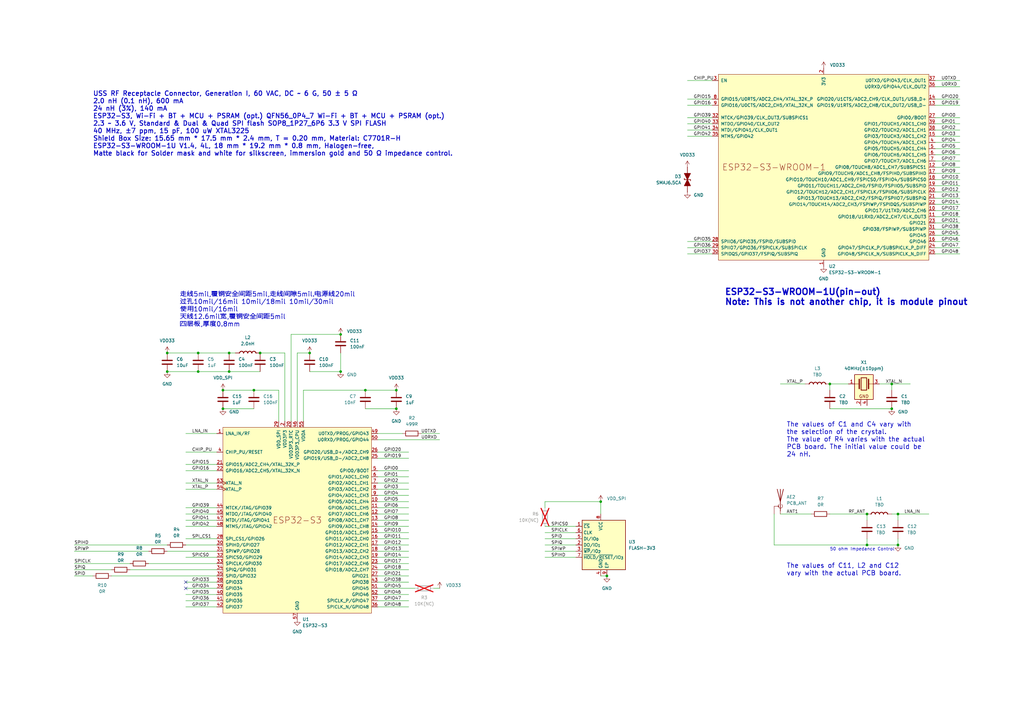
<source format=kicad_sch>
(kicad_sch (version 20250114) (generator "eeschema") (generator_version "9.0")
  (paper "A3")
  (lib_symbols
    (symbol "Device:Antenna_Shield" (pin_numbers (hide yes)) (pin_names (offset 1.016) (hide yes))
      (property "Reference" "AE" (at -1.905 4.445 0))
      (property "Value" "Antenna_Shield" (at -1.905 2.54 0))
      (symbol "Antenna_Shield_0_1"
        (arc (start 0 -2.667) (mid -0.8485 -2.1032) (end -0.508 -1.143))
        (polyline (pts (xy 0 5.08) (xy 0 -3.81)) (stroke (width 0.254)))
        (polyline (pts (xy 0 -2.54) (xy 0 0)))
        (arc (start 0.508 -1.143) (mid 0.8046 -2.0885) (end 0 -2.667))
        (polyline (pts (xy 0.762 -1.905) (xy 2.54 -1.905)))
        (circle (center 0.762 -1.905) (radius 0.1778) (fill (type outline)))
        (polyline (pts (xy 1.27 5.08) (xy 0 0) (xy -1.27 5.08)) (stroke (width 0.254)))
        (polyline (pts (xy 2.54 -2.54) (xy 2.54 -1.905)))
      )
      (symbol "Antenna_Shield_1_1"
        (pin input line (at 0 -5.08 90) (length 2.54) (name "A") (number "1"))
        (pin input line (at 2.54 -5.08 90) (length 2.54) (name "Shield") (number "2"))
      )
    )
    (symbol "Memory_Flash:W25Q128JVE"
      (property "Reference" "U" (at -6.35 11.43 0))
      (property "Value" "W25Q128JVE" (at 7.62 11.43 0))
      (symbol "W25Q128JVE_0_1"
        (rectangle (start -7.62 10.16) (end 10.16 -10.16) (stroke (width 0.254)) (fill (type background)))
      )
      (symbol "W25Q128JVE_1_1"
        (pin input line (at -10.16 7.62 0) (length 2.54) (name "~{CS}") (number "1"))
        (pin input line (at -10.16 5.08 0) (length 2.54) (name "CLK") (number "6"))
        (pin bidirectional line (at -10.16 2.54 0) (length 2.54) (name "DI/IO_{0}") (number "5"))
        (pin bidirectional line (at -10.16 0 0) (length 2.54) (name "DO/IO_{1}") (number "2"))
        (pin bidirectional line (at -10.16 -2.54 0) (length 2.54) (name "~{WP}/IO_{2}") (number "3"))
        (pin bidirectional line (at -10.16 -5.08 0) (length 2.54) (name "~{HOLD}/~{RESET}/IO_{3}") (number "7"))
        (pin power_in line (at 0 12.7 270) (length 2.54) (name "VCC") (number "8"))
        (pin power_in line (at 0 -12.7 90) (length 2.54) (name "GND") (number "4"))
        (pin passive line (at 2.54 -12.7 90) (length 2.54) (name "EP") (number "9"))
      )
    )
    (symbol "PCM_Capacitor_AKL:C_1206" (pin_numbers (hide yes)) (pin_names (offset 0.254))
      (property "Reference" "C" (at 0.635 2.54 0))
      (property "Value" "C_1206" (at 0.635 -2.54 0))
      (symbol "C_1206_0_1"
        (polyline (pts (xy -2.032 0.762) (xy 2.032 0.762)) (stroke (width 0.508)))
        (polyline (pts (xy -2.032 -0.762) (xy 2.032 -0.762)) (stroke (width 0.508)))
      )
      (symbol "C_1206_0_2"
        (polyline (pts (xy -2.54 -2.54) (xy -0.381 -0.381)))
        (polyline (pts (xy -0.508 -0.508) (xy -1.651 0.635)) (stroke (width 0.508)))
        (polyline (pts (xy -0.508 -0.508) (xy 0.635 -1.651)) (stroke (width 0.508)))
        (polyline (pts (xy 0.381 0.381) (xy 2.54 2.54)))
        (polyline (pts (xy 0.508 0.508) (xy -0.635 1.651)) (stroke (width 0.508)))
        (polyline (pts (xy 0.508 0.508) (xy 1.651 -0.635)) (stroke (width 0.508)))
      )
      (symbol "C_1206_1_1"
        (pin passive line (at 0 3.81 270) (length 2.794) (name "~") (number "1"))
        (pin passive line (at 0 -3.81 90) (length 2.794) (name "~") (number "2"))
      )
      (symbol "C_1206_1_2"
        (pin passive line (at -2.54 -2.54 90) (length 0) (name "~") (number "2"))
        (pin passive line (at 2.54 2.54 270) (length 0) (name "~") (number "1"))
      )
    )
    (symbol "PCM_Crystal_AKL:SMD3225-4" (pin_names (offset 1.016) (hide yes))
      (property "Reference" "X" (at 0 8.89 0))
      (property "Value" "SMD3225-4" (at 0 6.35 0))
      (symbol "SMD3225-4_0_1"
        (rectangle (start -3.81 3.81) (end 3.81 -6.35) (stroke (width 0.254)) (fill (type background)))
        (polyline (pts (xy -3.81 0) (xy -1.905 0)))
        (polyline (pts (xy -1.905 -1.905) (xy -1.905 1.905)) (stroke (width 0.508)))
        (rectangle (start -1.143 2.54) (end 1.143 -2.54) (stroke (width 0.3048)))
        (polyline (pts (xy 1.905 -1.905) (xy 1.905 1.905)) (stroke (width 0.508)))
        (polyline (pts (xy 3.81 0) (xy 1.905 0)))
        (text "GND" (at 0 -5.08 0) (effects (font (size 1.27 1.27))))
      )
      (symbol "SMD3225-4_1_1"
        (pin passive line (at -6.35 0 0) (length 2.54) (name "1") (number "1"))
        (pin passive line (at -1.27 -8.89 90) (length 2.54) (name "2") (number "2"))
        (pin passive line (at 1.27 -8.89 90) (length 2.54) (name "4") (number "4"))
        (pin passive line (at 6.35 0 180) (length 2.54) (name "3") (number "3"))
      )
    )
    (symbol "PCM_Diode_TVS_AKL:SMAJ6.5CA" (pin_numbers (hide yes)) (pin_names (offset 1.016) (hide yes))
      (property "Reference" "D" (at 0 5.08 0))
      (property "Value" "SMAJ6.5CA" (at 0 2.54 0))
      (symbol "SMAJ6.5CA_0_1"
        (polyline (pts (xy 0 1.27) (xy 0 -1.27)) (stroke (width 0.254)))
        (polyline (pts (xy 0 1.27) (xy 0.508 1.27)) (stroke (width 0.254)))
        (polyline (pts (xy 0 0) (xy -2.54 1.27) (xy -2.54 -1.27) (xy 0 0)) (stroke (width 0.254)) (fill (type outline)))
        (polyline (pts (xy 0 -1.27) (xy -0.508 -1.27)) (stroke (width 0.254)))
        (polyline (pts (xy 1.27 0) (xy -1.27 0)))
        (polyline (pts (xy 2.54 1.27) (xy 2.54 -1.27) (xy 0 0) (xy 2.54 1.27)) (stroke (width 0.254)) (fill (type outline)))
      )
      (symbol "SMAJ6.5CA_0_2"
        (polyline (pts (xy -3.81 -3.81) (xy 3.81 3.81)))
        (polyline (pts (xy -1.778 -1.778) (xy -2.667 -0.889) (xy 0 0) (xy -0.889 -2.667) (xy -1.778 -1.778)) (stroke (width 0.254)) (fill (type outline)))
        (polyline (pts (xy -0.889 0.889) (xy -1.27 0.508)) (stroke (width 0.254)))
        (polyline (pts (xy -0.889 0.889) (xy 0.889 -0.889)) (stroke (width 0.254)))
        (polyline (pts (xy 0.889 -0.889) (xy 1.27 -0.508)) (stroke (width 0.254)))
        (polyline (pts (xy 1.778 1.778) (xy 2.667 0.889) (xy 0 0) (xy 0.889 2.667) (xy 1.778 1.778)) (stroke (width 0.254)) (fill (type outline)))
      )
      (symbol "SMAJ6.5CA_1_1"
        (pin passive line (at -5.08 0 0) (length 2.54) (name "K") (number "1"))
        (pin passive line (at 5.08 0 180) (length 2.54) (name "A") (number "2"))
      )
      (symbol "SMAJ6.5CA_1_2"
        (pin passive line (at -3.81 -3.81 0) (length 0) (name "A") (number "2"))
        (pin passive line (at 3.81 3.81 180) (length 0) (name "K") (number "1"))
      )
    )
    (symbol "PCM_Elektuur:L" (pin_numbers (hide yes)) (pin_names (offset 0) (hide yes))
      (property "Reference" "L" (at 2.54 3.175 0))
      (property "Value" "L" (at 2.54 -3.175 0))
      (symbol "L_1_0"
        (arc (start 0 3.302) (mid 0.6604 2.5146) (end 0 1.7272) (stroke (width 0.254)))
        (arc (start 0 1.6256) (mid 0.6604 0.8382) (end 0 0.0508) (stroke (width 0.254)))
        (arc (start 0 -0.0508) (mid 0.6604 -0.8382) (end 0 -1.6256) (stroke (width 0.254)))
        (arc (start 0 -1.7272) (mid 0.6604 -2.5146) (end 0 -3.302) (stroke (width 0.254)))
        (arc (start 0 3.4036) (mid 0.762 2.5146) (end 0 1.6256) (stroke (width 0.254)))
        (arc (start 0 1.7272) (mid 0.762 0.8382) (end 0 -0.0508) (stroke (width 0.254)))
        (arc (start 0 0.0508) (mid 0.762 -0.8382) (end 0 -1.7272) (stroke (width 0.254)))
        (arc (start 0 -1.6256) (mid 0.762 -2.5146) (end 0 -3.4036) (stroke (width 0.254)))
        (polyline (pts (xy 0 3.5052) (xy 0 3.302)) (stroke (width 0.254)))
        (polyline (pts (xy 0 1.7272) (xy 0 1.6256)) (stroke (width 0.254)))
        (polyline (pts (xy 0 0.0508) (xy 0 -0.0508)) (stroke (width 0.254)))
        (polyline (pts (xy 0 -1.6256) (xy 0 -1.7272)) (stroke (width 0.254)))
        (polyline (pts (xy 0 -3.302) (xy 0 -3.5052)) (stroke (width 0.254)))
        (pin passive line (at 0 5.08 270) (length 1.5748) (name "+") (number "1"))
        (pin passive line (at 0 -5.08 90) (length 1.5748) (name "-") (number "2"))
      )
      (symbol "L_1_2"
        (rectangle (start 1.524 3.3782) (end 1.9812 -3.3782) (stroke (width 0.254)) (fill (type outline)))
      )
      (symbol "L_1_3"
        (rectangle (start 1.524 3.0988) (end 1.9812 1.9304) (stroke (width 0.254)) (fill (type outline)))
        (rectangle (start 1.524 1.4224) (end 1.9812 0.254) (stroke (width 0.254)) (fill (type outline)))
        (rectangle (start 1.524 -0.254) (end 1.9812 -1.4224) (stroke (width 0.254)) (fill (type outline)))
        (rectangle (start 1.524 -1.9304) (end 1.9812 -3.0988) (stroke (width 0.254)) (fill (type outline)))
      )
    )
    (symbol "PCM_Espressif:ESP32-S3" (pin_names (offset 1.016))
      (property "Reference" "U" (at -30.48 43.18 0))
      (property "Value" "ESP32-S3" (at -30.48 40.64 0))
      (symbol "ESP32-S3_0_0"
        (text "ESP32-S3" (at 0 0 0) (effects (font (size 2.54 2.54))))
        (pin bidirectional line (at 33.02 -33.02 180) (length 2.54) (name "SPICLK_P/GPIO47") (number "37"))
        (pin bidirectional line (at 33.02 -35.56 180) (length 2.54) (name "SPICLK_N/GPIO48") (number "36"))
      )
      (symbol "ESP32-S3_0_1"
        (rectangle (start -30.48 38.1) (end 30.48 -38.1) (fill (type background)))
      )
      (symbol "ESP32-S3_1_1"
        (pin bidirectional line (at -33.02 35.56 0) (length 2.54) (name "LNA_IN/RF") (number "1"))
        (pin input line (at -33.02 27.94 0) (length 2.54) (name "CHIP_PU/RESET") (number "4"))
        (pin bidirectional line (at -33.02 22.86 0) (length 2.54) (name "GPIO15/ADC2_CH4/XTAL_32K_P") (number "21"))
        (pin bidirectional line (at -33.02 20.32 0) (length 2.54) (name "GPIO16/ADC2_CH5/XTAL_32K_N") (number "22"))
        (pin input clock (at -33.02 15.24 0) (length 2.54) (name "XTAL_N") (number "53"))
        (pin output clock (at -33.02 12.7 0) (length 2.54) (name "XTAL_P") (number "54"))
        (pin bidirectional line (at -33.02 5.08 0) (length 2.54) (name "MTCK/JTAG/GPIO39") (number "44"))
        (pin bidirectional line (at -33.02 2.54 0) (length 2.54) (name "MTDO/JTAG/GPIO40") (number "45"))
        (pin bidirectional line (at -33.02 0 0) (length 2.54) (name "MTDI/JTAG/GPIO41") (number "47"))
        (pin bidirectional line (at -33.02 -2.54 0) (length 2.54) (name "MTMS/JTAG/GPIO42") (number "48"))
        (pin bidirectional line (at -33.02 -7.62 0) (length 2.54) (name "SPI_CS1/GPIO26") (number "28"))
        (pin bidirectional line (at -33.02 -10.16 0) (length 2.54) (name "SPIHD/GPIO27") (number "30"))
        (pin bidirectional line (at -33.02 -12.7 0) (length 2.54) (name "SPIWP/GPIO28") (number "31"))
        (pin bidirectional line (at -33.02 -15.24 0) (length 2.54) (name "SPICS0/GPIO29") (number "32"))
        (pin bidirectional line (at -33.02 -17.78 0) (length 2.54) (name "SPICLK/GPIO30") (number "33"))
        (pin bidirectional line (at -33.02 -20.32 0) (length 2.54) (name "SPIQ/GPIO31") (number "34"))
        (pin bidirectional line (at -33.02 -22.86 0) (length 2.54) (name "SPID/GPIO32") (number "35"))
        (pin bidirectional line (at -33.02 -25.4 0) (length 2.54) (name "GPIO33") (number "38"))
        (pin bidirectional line (at -33.02 -27.94 0) (length 2.54) (name "GPIO34") (number "39"))
        (pin bidirectional line (at -33.02 -30.48 0) (length 2.54) (name "GPIO35") (number "40"))
        (pin bidirectional line (at -33.02 -33.02 0) (length 2.54) (name "GPIO36") (number "41"))
        (pin bidirectional line (at -33.02 -35.56 0) (length 2.54) (name "GPIO37") (number "42"))
        (pin power_out line (at -7.62 40.64 270) (length 2.54) (name "VDD_SPI") (number "29"))
        (pin power_in line (at -5.08 40.64 270) (length 2.54) (name "VDD3P3") (number "2"))
        (pin power_in line (at -5.08 40.64 270) (length 2.54) (hide yes) (name "VDD3P3") (number "3"))
        (pin power_in line (at -2.54 40.64 270) (length 2.54) (name "VDD3P3_RTC") (number "20"))
        (pin power_in line (at 0 40.64 270) (length 2.54) (name "VDD3P3_CPU") (number "46"))
        (pin power_in line (at 0 -40.64 90) (length 2.54) (name "GND") (number "57"))
        (pin power_in line (at 2.54 40.64 270) (length 2.54) (name "VDDA") (number "55"))
        (pin passive line (at 2.54 40.64 270) (length 2.54) (hide yes) (name "VDDA") (number "56"))
        (pin bidirectional line (at 33.02 35.56 180) (length 2.54) (name "U0TXD/PROG/GPIO43") (number "49"))
        (pin bidirectional line (at 33.02 33.02 180) (length 2.54) (name "U0RXD/PROG/GPIO44") (number "50"))
        (pin bidirectional line (at 33.02 27.94 180) (length 2.54) (name "GPIO20/USB_D+/ADC2_CH9") (number "26"))
        (pin bidirectional line (at 33.02 25.4 180) (length 2.54) (name "GPIO19/USB_D-/ADC2_CH8") (number "25"))
        (pin bidirectional line (at 33.02 20.32 180) (length 2.54) (name "GPIO0/BOOT") (number "5"))
        (pin bidirectional line (at 33.02 17.78 180) (length 2.54) (name "GPIO1/ADC1_CH0") (number "6"))
        (pin bidirectional line (at 33.02 15.24 180) (length 2.54) (name "GPIO2/ADC1_CH1") (number "7"))
        (pin bidirectional line (at 33.02 12.7 180) (length 2.54) (name "GPIO3/ADC1_CH2") (number "8"))
        (pin bidirectional line (at 33.02 10.16 180) (length 2.54) (name "GPIO4/ADC1_CH3") (number "9"))
        (pin bidirectional line (at 33.02 7.62 180) (length 2.54) (name "GPIO5/ADC1_CH4") (number "10"))
        (pin bidirectional line (at 33.02 5.08 180) (length 2.54) (name "GPIO6/ADC1_CH5") (number "11"))
        (pin bidirectional line (at 33.02 2.54 180) (length 2.54) (name "GPIO7/ADC1_CH6") (number "12"))
        (pin bidirectional line (at 33.02 0 180) (length 2.54) (name "GPIO8/ADC1_CH7") (number "13"))
        (pin bidirectional line (at 33.02 -2.54 180) (length 2.54) (name "GPIO9/ADC1_CH8") (number "14"))
        (pin bidirectional line (at 33.02 -5.08 180) (length 2.54) (name "GPIO10/ADC1_CH9") (number "15"))
        (pin bidirectional line (at 33.02 -7.62 180) (length 2.54) (name "GPIO11/ADC2_CH0") (number "16"))
        (pin bidirectional line (at 33.02 -10.16 180) (length 2.54) (name "GPIO12/ADC2_CH1") (number "17"))
        (pin bidirectional line (at 33.02 -12.7 180) (length 2.54) (name "GPIO13/ADC2_CH2") (number "18"))
        (pin bidirectional line (at 33.02 -15.24 180) (length 2.54) (name "GPIO14/ADC2_CH3") (number "19"))
        (pin bidirectional line (at 33.02 -17.78 180) (length 2.54) (name "GPIO17/ADC2_CH6") (number "23"))
        (pin bidirectional line (at 33.02 -20.32 180) (length 2.54) (name "GPIO18/ADC2_CH7") (number "24"))
        (pin bidirectional line (at 33.02 -22.86 180) (length 2.54) (name "GPIO21") (number "27"))
        (pin bidirectional line (at 33.02 -25.4 180) (length 2.54) (name "GPIO38") (number "43"))
        (pin bidirectional line (at 33.02 -27.94 180) (length 2.54) (name "GPIO45") (number "51"))
        (pin bidirectional line (at 33.02 -30.48 180) (length 2.54) (name "GPIO46") (number "52"))
      )
    )
    (symbol "PCM_Espressif:ESP32-S3-WROOM-1" (pin_names (offset 1.016))
      (property "Reference" "U" (at -43.18 43.18 0))
      (property "Value" "ESP32-S3-WROOM-1" (at -43.18 40.64 0))
      (symbol "ESP32-S3-WROOM-1_0_0"
        (text "ESP32-S3-WROOM-1" (at -20.32 0 0) (effects (font (size 2.54 2.54))))
        (pin input line (at -45.72 35.56 0) (length 2.54) (name "EN") (number "3"))
        (pin bidirectional line (at -45.72 27.94 0) (length 2.54) (name "GPIO15/U0RTS/ADC2_CH4/XTAL_32K_P") (number "8"))
        (pin bidirectional line (at -45.72 25.4 0) (length 2.54) (name "GPIO16/U0CTS/ADC2_CH5/XTAL_32K_N") (number "9"))
        (pin bidirectional line (at -45.72 20.32 0) (length 2.54) (name "MTCK/GPIO39/CLK_OUT3/SUBSPICS1") (number "32"))
        (pin bidirectional line (at -45.72 17.78 0) (length 2.54) (name "MTDO/GPIO40/CLK_OUT2") (number "33"))
        (pin bidirectional line (at -45.72 15.24 0) (length 2.54) (name "MTDI/GPIO41/CLK_OUT1") (number "34"))
        (pin bidirectional line (at -45.72 12.7 0) (length 2.54) (name "MTMS/GPIO42") (number "35"))
        (pin bidirectional line (at -45.72 -30.48 0) (length 2.54) (name "SPIIO6/GPIO35/FSPID/SUBSPID") (number "28"))
        (pin bidirectional line (at -45.72 -33.02 0) (length 2.54) (name "SPIIO7/GPIO36/FSPICLK/SUBSPICLK") (number "29"))
        (pin bidirectional line (at -45.72 -35.56 0) (length 2.54) (name "SPIDQS/GPIO37/FSPIQ/SUBSPIQ") (number "30"))
        (pin power_in line (at 0 40.64 270) (length 2.54) (name "3V3") (number "2"))
        (pin power_in line (at 0 -40.64 90) (length 2.54) (name "GND") (number "1"))
        (pin passive line (at 0 -40.64 90) (length 2.54) (hide yes) (name "GND") (number "40"))
        (pin passive line (at 0 -40.64 90) (length 2.54) (hide yes) (name "GND") (number "41"))
        (pin bidirectional line (at 45.72 35.56 180) (length 2.54) (name "U0TXD/GPIO43/CLK_OUT1") (number "37"))
        (pin bidirectional line (at 45.72 33.02 180) (length 2.54) (name "U0RXD/GPIO44/CLK_OUT2") (number "36"))
        (pin bidirectional line (at 45.72 27.94 180) (length 2.54) (name "GPIO20/U1CTS/ADC2_CH9/CLK_OUT1/USB_D+") (number "14"))
        (pin bidirectional line (at 45.72 25.4 180) (length 2.54) (name "GPIO19/U1RTS/ADC2_CH8/CLK_OUT2/USB_D-") (number "13"))
        (pin bidirectional line (at 45.72 20.32 180) (length 2.54) (name "GPIO0/BOOT") (number "27"))
        (pin bidirectional line (at 45.72 17.78 180) (length 2.54) (name "GPIO1/TOUCH1/ADC1_CH0") (number "39"))
        (pin bidirectional line (at 45.72 15.24 180) (length 2.54) (name "GPIO2/TOUCH2/ADC1_CH1") (number "38"))
        (pin bidirectional line (at 45.72 12.7 180) (length 2.54) (name "GPIO3/TOUCH3/ADC1_CH2") (number "15"))
        (pin bidirectional line (at 45.72 10.16 180) (length 2.54) (name "GPIO4/TOUCH4/ADC1_CH3") (number "4"))
        (pin bidirectional line (at 45.72 7.62 180) (length 2.54) (name "GPIO5/TOUCH5/ADC1_CH4") (number "5"))
        (pin bidirectional line (at 45.72 5.08 180) (length 2.54) (name "GPIO6/TOUCH6/ADC1_CH5") (number "6"))
        (pin bidirectional line (at 45.72 2.54 180) (length 2.54) (name "GPIO7/TOUCH7/ADC1_CH6") (number "7"))
        (pin bidirectional line (at 45.72 0 180) (length 2.54) (name "GPIO8/TOUCH8/ADC1_CH7/SUBSPICS1") (number "12"))
        (pin bidirectional line (at 45.72 -2.54 180) (length 2.54) (name "GPIO9/TOUCH9/ADC1_CH8/FSPIHD/SUBSPIHD") (number "17"))
        (pin bidirectional line (at 45.72 -5.08 180) (length 2.54) (name "GPIO10/TOUCH10/ADC1_CH9/FSPICS0/FSPIIO4/SUBSPICS0") (number "18"))
        (pin bidirectional line (at 45.72 -7.62 180) (length 2.54) (name "GPIO11/TOUCH11/ADC2_CH0/FSPID/FSPIIO5/SUBSPID") (number "19"))
        (pin bidirectional line (at 45.72 -10.16 180) (length 2.54) (name "GPIO12/TOUCH12/ADC2_CH1/FSPICLK/FSPIIO6/SUBSPICLK") (number "20"))
        (pin bidirectional line (at 45.72 -12.7 180) (length 2.54) (name "GPIO13/TOUCH13/ADC2_CH2/FSPIQ/FSPIIO7/SUBSPIQ") (number "21"))
        (pin bidirectional line (at 45.72 -15.24 180) (length 2.54) (name "GPIO14/TOUCH14/ADC2_CH3/FSPIWP/FSPIDQS/SUBSPIWP") (number "22"))
        (pin bidirectional line (at 45.72 -17.78 180) (length 2.54) (name "GPIO17/U1TXD/ADC2_CH6") (number "10"))
        (pin bidirectional line (at 45.72 -20.32 180) (length 2.54) (name "GPIO18/U1RXD/ADC2_CH7/CLK_OUT3") (number "11"))
        (pin bidirectional line (at 45.72 -22.86 180) (length 2.54) (name "GPIO21") (number "23"))
        (pin bidirectional line (at 45.72 -25.4 180) (length 2.54) (name "GPIO38/FSPIWP/SUBSPIWP") (number "31"))
        (pin bidirectional line (at 45.72 -27.94 180) (length 2.54) (name "GPIO45") (number "26"))
        (pin bidirectional line (at 45.72 -30.48 180) (length 2.54) (name "GPIO46") (number "16"))
        (pin bidirectional line (at 45.72 -33.02 180) (length 2.54) (name "GPIO47/SPICLK_P/SUBSPICLK_P_DIFF") (number "24"))
        (pin bidirectional line (at 45.72 -35.56 180) (length 2.54) (name "GPIO48/SPICLK_N/SUBSPICLK_N_DIFF") (number "25"))
      )
      (symbol "ESP32-S3-WROOM-1_0_1"
        (rectangle (start -43.18 38.1) (end 43.18 -38.1) (fill (type background)))
      )
    )
    (symbol "PCM_Resistor_AKL:R_1206" (pin_numbers (hide yes)) (pin_names (offset 0))
      (property "Reference" "R" (at 2.54 1.27 0))
      (property "Value" "R_1206" (at 2.54 -1.27 0))
      (symbol "R_1206_0_1"
        (rectangle (start -1.016 2.54) (end 1.016 -2.54) (stroke (width 0.254)))
      )
      (symbol "R_1206_0_2"
        (polyline (pts (xy -2.54 -2.54) (xy -1.524 -1.524)))
        (polyline (pts (xy 1.524 1.524) (xy 2.54 2.54)))
        (polyline (pts (xy 1.524 1.524) (xy 0.889 2.159) (xy -2.159 -0.889) (xy -0.889 -2.159) (xy 2.159 0.889) (xy 1.524 1.524)) (stroke (width 0.254)))
      )
      (symbol "R_1206_1_1"
        (pin passive line (at 0 3.81 270) (length 1.27) (name "~") (number "1"))
        (pin passive line (at 0 -3.81 90) (length 1.27) (name "~") (number "2"))
      )
      (symbol "R_1206_1_2"
        (pin passive line (at -2.54 -2.54 0) (length 0) (name "") (number "2"))
        (pin passive line (at 2.54 2.54 180) (length 0) (name "") (number "1"))
      )
    )
    (symbol "power:+3.3V" (power) (pin_numbers (hide yes)) (pin_names (offset 0) (hide yes))
      (property "Value" "+3.3V" (at 0 3.556 0))
      (symbol "+3.3V_0_1"
        (polyline (pts (xy -0.762 1.27) (xy 0 2.54)))
        (polyline (pts (xy 0 2.54) (xy 0.762 1.27)))
        (polyline (pts (xy 0 0) (xy 0 2.54)))
      )
      (symbol "+3.3V_1_1"
        (pin power_in line (at 0 0 90) (length 0) (name "~") (number "1"))
      )
    )
    (symbol "power:GND" (power) (pin_numbers (hide yes)) (pin_names (offset 0) (hide yes))
      (property "Value" "GND" (at 0 -3.81 0))
      (symbol "GND_0_1"
        (polyline (pts (xy 0 0) (xy 0 -1.27) (xy 1.27 -1.27) (xy 0 -2.54) (xy -1.27 -1.27) (xy 0 -1.27)))
      )
      (symbol "GND_1_1"
        (pin power_in line (at 0 0 270) (length 0) (name "~") (number "1"))
      )
    )
  )
  (text "The values of C11, L2 and C12\nvary with the actual PCB board." (exclude_from_sim yes) (at 322.58 233.68 0) (effects (font (size 1.905 1.905) (thickness 0.2381)) (justify left)))
  (text "50 ohm Impedance Control" (at 340.36 226.06 0) (effects (font (size 1.27 1.27)) (justify left bottom)))
  (text "ESP32-S3-WROOM-1U(pin-out)\nNote: This is not another chip, it is module pinout" (exclude_from_sim yes) (at 297.18 121.92 0) (effects (font (size 2.54 2.54) (thickness 0.508) (bold yes)) (justify left)))
  (text "USS RF Receptacle Connector, Generation I, 60 VAC, DC ~ 6 G, 50 ± 5 Ω\n2.0 nH (0.1 nH), 600 mA \n24 nH (3%), 140 mA\nESP32-S3, Wi-Fi + BT + MCU + PSRAM (opt.) QFN56_0P4_7 Wi-Fi + BT + MCU + PSRAM (opt.)\n2.3 ~ 3.6 V, Standard & Dual & Quad SPI flash SOP8_1P27_6P6 3.3 V SPI FLASH\n40 MHz, ±7 ppm, 15 pF, 100 uW XTAL3225 \nShield Box Size: 15.65 mm * 17.5 mm * 2.4 mm, T = 0.20 mm, Material: C7701R-H\nESP32-S3-WROOM-1U V1.4, 4L, 18 mm * 19.2 mm * 0.8 mm, Halogen-free, \nMatte black for Solder mask and white for silkscreen, immersion gold and 50 Ω impedance control." (exclude_from_sim yes) (at 38.1 50.8 0) (effects (font (size 1.905 1.905) (thickness 0.3175)) (justify left)))
  (text "走线5mil,覆铜安全间距5mil,走线间隙5mil.电源线20mil\n过孔10mil/16mil 10mil/18mil 10mil/30mil\n使用10mil/16mil\n天线12.6mil宽,覆铜安全间距5mil\n四层板,厚度0.8mm" (exclude_from_sim yes) (at 73.66 127 0) (effects (font (size 1.905 1.905) (thickness 0.2381)) (justify left)))
  (text "The values of C1 and C4 vary with\nthe selection of the crystal.\nThe value of R4 varies with the actual\nPCB board. The initial value could be\n24 nH." (exclude_from_sim yes) (at 322.58 180.34 0) (effects (font (size 1.905 1.905) (thickness 0.2381)) (justify left)))
  (junction (at 91.44 167.64))
  (junction (at 81.28 152.4))
  (junction (at 365.76 167.64))
  (junction (at 93.98 152.4))
  (junction (at 340.36 157.48))
  (junction (at 68.58 152.4))
  (junction (at 127 144.78))
  (junction (at 93.98 144.78))
  (junction (at 355.6 223.52))
  (junction (at 162.56 167.64))
  (junction (at 139.7 137.16))
  (junction (at 149.86 160.02))
  (junction (at 162.56 160.02))
  (junction (at 365.76 157.48))
  (junction (at 355.6 210.82))
  (junction (at 368.3 210.82))
  (junction (at 104.14 160.02))
  (junction (at 91.44 160.02))
  (junction (at 246.38 205.74))
  (junction (at 81.28 144.78))
  (junction (at 139.7 152.4))
  (junction (at 68.58 144.78))
  (junction (at 248.92 236.22))
  (junction (at 106.68 144.78))
  (junction (at 368.3 223.52))
  (no_connect (at 76.2 238.76))
  (no_connect (at 76.2 241.3))
  (wire (pts (xy 53.34 233.68) (xy 88.9 233.68)))
  (wire (pts (xy 76.2 248.92) (xy 88.9 248.92)))
  (wire (pts (xy 383.54 71.12) (xy 393.7 71.12)))
  (wire (pts (xy 154.94 215.9) (xy 167.64 215.9)))
  (wire (pts (xy 154.94 241.3) (xy 170.18 241.3)))
  (wire (pts (xy 154.94 233.68) (xy 167.64 233.68)))
  (wire (pts (xy 154.94 231.14) (xy 167.64 231.14)))
  (wire (pts (xy 320.04 157.48) (xy 330.2 157.48)))
  (wire (pts (xy 223.52 226.06) (xy 236.22 226.06)))
  (wire (pts (xy 383.54 88.9) (xy 393.7 88.9)))
  (wire (pts (xy 81.28 152.4) (xy 93.98 152.4)))
  (wire (pts (xy 383.54 93.98) (xy 393.7 93.98)))
  (wire (pts (xy 365.76 157.48) (xy 373.38 157.48)))
  (wire (pts (xy 121.92 144.78) (xy 127 144.78)))
  (wire (pts (xy 383.54 101.6) (xy 393.7 101.6)))
  (wire (pts (xy 355.6 210.82) (xy 355.6 213.36)))
  (wire (pts (xy 383.54 43.18) (xy 393.7 43.18)))
  (wire (pts (xy 317.5 210.82) (xy 317.5 223.52)))
  (wire (pts (xy 154.94 218.44) (xy 167.64 218.44)))
  (wire (pts (xy 383.54 73.66) (xy 393.7 73.66)))
  (wire (pts (xy 76.2 238.76) (xy 88.9 238.76)))
  (wire (pts (xy 383.54 55.88) (xy 393.7 55.88)))
  (wire (pts (xy 96.52 144.78) (xy 93.98 144.78)))
  (wire (pts (xy 154.94 200.66) (xy 167.64 200.66)))
  (wire (pts (xy 154.94 203.2) (xy 167.64 203.2)))
  (wire (pts (xy 281.94 48.26) (xy 292.1 48.26)))
  (wire (pts (xy 246.38 205.74) (xy 246.38 210.82)))
  (wire (pts (xy 104.14 160.02) (xy 114.3 160.02)))
  (wire (pts (xy 154.94 185.42) (xy 167.64 185.42)))
  (wire (pts (xy 76.2 246.38) (xy 88.9 246.38)))
  (wire (pts (xy 383.54 83.82) (xy 393.7 83.82)))
  (wire (pts (xy 91.44 160.02) (xy 104.14 160.02)))
  (wire (pts (xy 76.2 210.82) (xy 88.9 210.82)))
  (wire (pts (xy 154.94 180.34) (xy 180.34 180.34)))
  (wire (pts (xy 365.76 157.48) (xy 365.76 160.02)))
  (wire (pts (xy 223.52 220.98) (xy 236.22 220.98)))
  (wire (pts (xy 383.54 63.5) (xy 393.7 63.5)))
  (wire (pts (xy 93.98 152.4) (xy 106.68 152.4)))
  (wire (pts (xy 172.72 177.8) (xy 180.34 177.8)))
  (wire (pts (xy 162.56 167.64) (xy 149.86 167.64)))
  (wire (pts (xy 355.6 220.98) (xy 355.6 223.52)))
  (wire (pts (xy 76.2 198.12) (xy 88.9 198.12)))
  (wire (pts (xy 154.94 238.76) (xy 167.64 238.76)))
  (wire (pts (xy 68.58 144.78) (xy 81.28 144.78)))
  (wire (pts (xy 154.94 210.82) (xy 167.64 210.82)))
  (wire (pts (xy 383.54 68.58) (xy 393.7 68.58)))
  (wire (pts (xy 383.54 81.28) (xy 393.7 81.28)))
  (wire (pts (xy 162.56 160.02) (xy 149.86 160.02)))
  (wire (pts (xy 281.94 101.6) (xy 292.1 101.6)))
  (wire (pts (xy 76.2 223.52) (xy 88.9 223.52)))
  (wire (pts (xy 116.84 172.72) (xy 116.84 144.78)))
  (wire (pts (xy 383.54 50.8) (xy 393.7 50.8)))
  (wire (pts (xy 154.94 195.58) (xy 167.64 195.58)))
  (wire (pts (xy 124.46 160.02) (xy 124.46 172.72)))
  (wire (pts (xy 368.3 213.36) (xy 368.3 210.82)))
  (wire (pts (xy 154.94 198.12) (xy 167.64 198.12)))
  (wire (pts (xy 121.92 144.78) (xy 121.92 172.72)))
  (wire (pts (xy 383.54 35.56) (xy 393.7 35.56)))
  (wire (pts (xy 317.5 223.52) (xy 355.6 223.52)))
  (wire (pts (xy 383.54 58.42) (xy 393.7 58.42)))
  (wire (pts (xy 154.94 236.22) (xy 167.64 236.22)))
  (wire (pts (xy 119.38 137.16) (xy 119.38 172.72)))
  (wire (pts (xy 114.3 160.02) (xy 114.3 172.72)))
  (wire (pts (xy 368.3 210.82) (xy 381 210.82)))
  (wire (pts (xy 139.7 144.78) (xy 139.7 152.4)))
  (wire (pts (xy 223.52 228.6) (xy 236.22 228.6)))
  (wire (pts (xy 246.38 236.22) (xy 248.92 236.22)))
  (wire (pts (xy 154.94 223.52) (xy 167.64 223.52)))
  (wire (pts (xy 124.46 160.02) (xy 149.86 160.02)))
  (wire (pts (xy 76.2 228.6) (xy 88.9 228.6)))
  (wire (pts (xy 30.48 231.14) (xy 53.34 231.14)))
  (wire (pts (xy 76.2 190.5) (xy 88.9 190.5)))
  (wire (pts (xy 45.72 236.22) (xy 88.9 236.22)))
  (wire (pts (xy 93.98 144.78) (xy 81.28 144.78)))
  (wire (pts (xy 60.96 231.14) (xy 88.9 231.14)))
  (wire (pts (xy 340.36 210.82) (xy 355.6 210.82)))
  (wire (pts (xy 139.7 137.16) (xy 119.38 137.16)))
  (wire (pts (xy 368.3 223.52) (xy 368.3 220.98)))
  (wire (pts (xy 281.94 53.34) (xy 292.1 53.34)))
  (wire (pts (xy 30.48 236.22) (xy 38.1 236.22)))
  (wire (pts (xy 340.36 157.48) (xy 340.36 160.02)))
  (wire (pts (xy 154.94 243.84) (xy 167.64 243.84)))
  (wire (pts (xy 68.58 152.4) (xy 81.28 152.4)))
  (wire (pts (xy 76.2 213.36) (xy 88.9 213.36)))
  (wire (pts (xy 383.54 66.04) (xy 393.7 66.04)))
  (wire (pts (xy 154.94 193.04) (xy 167.64 193.04)))
  (wire (pts (xy 91.44 167.64) (xy 104.14 167.64)))
  (wire (pts (xy 68.58 226.06) (xy 88.9 226.06)))
  (wire (pts (xy 383.54 48.26) (xy 393.7 48.26)))
  (wire (pts (xy 383.54 40.64) (xy 393.7 40.64)))
  (wire (pts (xy 281.94 55.88) (xy 292.1 55.88)))
  (wire (pts (xy 281.94 33.02) (xy 292.1 33.02)))
  (wire (pts (xy 76.2 241.3) (xy 88.9 241.3)))
  (wire (pts (xy 281.94 50.8) (xy 292.1 50.8)))
  (wire (pts (xy 30.48 226.06) (xy 60.96 226.06)))
  (wire (pts (xy 177.8 241.3) (xy 180.34 241.3)))
  (wire (pts (xy 76.2 215.9) (xy 88.9 215.9)))
  (wire (pts (xy 154.94 248.92) (xy 167.64 248.92)))
  (wire (pts (xy 281.94 99.06) (xy 292.1 99.06)))
  (wire (pts (xy 76.2 243.84) (xy 88.9 243.84)))
  (wire (pts (xy 340.36 157.48) (xy 347.98 157.48)))
  (wire (pts (xy 76.2 220.98) (xy 88.9 220.98)))
  (wire (pts (xy 281.94 104.14) (xy 292.1 104.14)))
  (wire (pts (xy 154.94 228.6) (xy 167.64 228.6)))
  (wire (pts (xy 154.94 226.06) (xy 167.64 226.06)))
  (wire (pts (xy 76.2 200.66) (xy 88.9 200.66)))
  (wire (pts (xy 340.36 167.64) (xy 365.76 167.64)))
  (wire (pts (xy 154.94 205.74) (xy 167.64 205.74)))
  (wire (pts (xy 383.54 96.52) (xy 393.7 96.52)))
  (wire (pts (xy 76.2 185.42) (xy 88.9 185.42)))
  (wire (pts (xy 223.52 218.44) (xy 236.22 218.44)))
  (wire (pts (xy 383.54 91.44) (xy 393.7 91.44)))
  (wire (pts (xy 320.04 210.82) (xy 332.74 210.82)))
  (wire (pts (xy 383.54 78.74) (xy 393.7 78.74)))
  (wire (pts (xy 383.54 60.96) (xy 393.7 60.96)))
  (wire (pts (xy 281.94 40.64) (xy 292.1 40.64)))
  (wire (pts (xy 383.54 33.02) (xy 393.7 33.02)))
  (wire (pts (xy 223.52 223.52) (xy 236.22 223.52)))
  (wire (pts (xy 76.2 177.8) (xy 88.9 177.8)))
  (wire (pts (xy 154.94 187.96) (xy 167.64 187.96)))
  (wire (pts (xy 383.54 76.2) (xy 393.7 76.2)))
  (wire (pts (xy 383.54 99.06) (xy 393.7 99.06)))
  (wire (pts (xy 360.68 157.48) (xy 365.76 157.48)))
  (wire (pts (xy 30.48 223.52) (xy 68.58 223.52)))
  (wire (pts (xy 154.94 220.98) (xy 167.64 220.98)))
  (wire (pts (xy 154.94 246.38) (xy 167.64 246.38)))
  (wire (pts (xy 223.52 215.9) (xy 236.22 215.9)))
  (wire (pts (xy 383.54 104.14) (xy 393.7 104.14)))
  (wire (pts (xy 355.6 223.52) (xy 368.3 223.52)))
  (wire (pts (xy 383.54 53.34) (xy 393.7 53.34)))
  (wire (pts (xy 154.94 177.8) (xy 165.1 177.8)))
  (wire (pts (xy 154.94 213.36) (xy 167.64 213.36)))
  (wire (pts (xy 106.68 144.78) (xy 116.84 144.78)))
  (wire (pts (xy 223.52 205.74) (xy 246.38 205.74)))
  (wire (pts (xy 383.54 86.36) (xy 393.7 86.36)))
  (wire (pts (xy 223.52 208.28) (xy 223.52 205.74)))
  (wire (pts (xy 154.94 208.28) (xy 167.64 208.28)))
  (wire (pts (xy 30.48 233.68) (xy 45.72 233.68)))
  (wire (pts (xy 76.2 193.04) (xy 88.9 193.04)))
  (wire (pts (xy 127 152.4) (xy 139.7 152.4)))
  (wire (pts (xy 281.94 43.18) (xy 292.1 43.18)))
  (wire (pts (xy 76.2 208.28) (xy 88.9 208.28)))
  (wire (pts (xy 368.3 210.82) (xy 365.76 210.82)))
  (label "GPIO39" (at 78.74 208.28 0))
  (label "LNA_IN" (at 78.74 177.8 0))
  (label "GPIO41" (at 78.74 213.36 0))
  (label "GPIO19" (at 157.48 187.96 0))
  (label "GPIO13" (at 386.08 81.28 0))
  (label "GPIO9" (at 386.08 71.12 0))
  (label "GPIO40" (at 78.74 210.82 0))
  (label "SPICLK" (at 30.48 231.14 0))
  (label "XTAL_N" (at 78.74 198.12 0))
  (label "GPIO13" (at 157.48 226.06 0))
  (label "GPIO3" (at 157.48 200.66 0))
  (label "GPIO10" (at 157.48 218.44 0))
  (label "GPIO41" (at 284.48 53.34 0))
  (label "GPIO46" (at 157.48 243.84 0))
  (label "GPIO5" (at 157.48 205.74 0))
  (label "GPIO1" (at 386.08 50.8 0))
  (label "GPIO18" (at 157.48 233.68 0))
  (label "GPIO8" (at 386.08 68.58 0))
  (label "GPIO3" (at 386.08 55.88 0))
  (label "GPIO5" (at 386.08 60.96 0))
  (label "GPIO47" (at 386.08 101.6 0))
  (label "GPIO42" (at 78.74 215.9 0))
  (label "GPIO20" (at 157.48 185.42 0))
  (label "GPIO0" (at 386.08 48.26 0))
  (label "GPIO40" (at 284.48 50.8 0))
  (label "GPIO7" (at 386.08 66.04 0))
  (label "SPIHD" (at 30.48 223.52 0))
  (label "GPIO9" (at 157.48 215.9 0))
  (label "GPIO2" (at 386.08 53.34 0))
  (label "GPIO37" (at 284.48 104.14 0))
  (label "GPIO34" (at 78.74 241.3 0))
  (label "GPIO1" (at 157.48 195.58 0))
  (label "GPIO36" (at 284.48 101.6 0))
  (label "GPIO16" (at 284.48 43.18 0))
  (label "U0TXD" (at 386.08 33.02 0))
  (label "GPIO15" (at 284.48 40.64 0))
  (label "GPIO45" (at 386.08 96.52 0))
  (label "GPIO48" (at 157.48 248.92 0))
  (label "GPIO17" (at 386.08 86.36 0))
  (label "GPIO18" (at 386.08 88.9 0))
  (label "GPIO19" (at 386.08 43.18 0))
  (label "ANT1" (at 322.58 210.82 0))
  (label "GPIO17" (at 157.48 231.14 0))
  (label "GPIO14" (at 157.48 228.6 0))
  (label "GPIO4" (at 386.08 58.42 0))
  (label "GPIO36" (at 78.74 246.38 0))
  (label "SPID" (at 226.06 220.98 0))
  (label "SPIHD" (at 226.06 228.6 0))
  (label "GPIO11" (at 157.48 220.98 0))
  (label "GPIO12" (at 157.48 223.52 0))
  (label "SPIWP" (at 30.48 226.06 0))
  (label "GPIO33" (at 78.74 238.76 0))
  (label "GPIO12" (at 386.08 78.74 0))
  (label "GPIO38" (at 386.08 93.98 0))
  (label "GPIO35" (at 284.48 99.06 0))
  (label "GPIO42" (at 284.48 55.88 0))
  (label "GPIO2" (at 157.48 198.12 0))
  (label "GPIO10" (at 386.08 73.66 0))
  (label "SPIQ" (at 30.48 233.68 0))
  (label "GPIO7" (at 157.48 210.82 0))
  (label "GPIO4" (at 157.48 203.2 0))
  (label "GPIO20" (at 386.08 40.64 0))
  (label "RF_ANT" (at 347.98 210.82 0))
  (label "GPIO11" (at 386.08 76.2 0))
  (label "XTAL_P" (at 78.74 200.66 0))
  (label "GPIO21" (at 157.48 236.22 0))
  (label "CHIP_PU" (at 284.48 33.02 0))
  (label "GPIO47" (at 157.48 246.38 0))
  (label "GPIO15" (at 78.74 190.5 0))
  (label "SPIQ" (at 226.06 223.52 0))
  (label "SPICLK" (at 226.06 218.44 0))
  (label "GPIO48" (at 386.08 104.14 0))
  (label "SPICS0" (at 78.74 228.6 0))
  (label "GPIO6" (at 386.08 63.5 0))
  (label "SPI_CS1" (at 78.74 220.98 0))
  (label "GPIO16" (at 78.74 193.04 0))
  (label "GPIO8" (at 157.48 213.36 0))
  (label "U0RXD" (at 172.72 180.34 0))
  (label "XTAL_N" (at 363.22 157.48 0))
  (label "GPIO14" (at 386.08 83.82 0))
  (label "GPIO38" (at 157.48 238.76 0))
  (label "GPIO0" (at 157.48 193.04 0))
  (label "CHIP_PU" (at 78.74 185.42 0))
  (label "GPIO45" (at 157.48 241.3 0))
  (label "XTAL_P" (at 322.58 157.48 0))
  (label "SPICS0" (at 226.06 215.9 0))
  (label "U0RXD" (at 386.08 35.56 0))
  (label "GPIO37" (at 78.74 248.92 0))
  (label "GPIO35" (at 78.74 243.84 0))
  (label "GPIO6" (at 157.48 208.28 0))
  (label "GPIO39" (at 284.48 48.26 0))
  (label "SPIWP" (at 226.06 226.06 0))
  (label "LNA_IN" (at 370.84 210.82 0))
  (label "SPID" (at 30.48 236.22 0))
  (label "GPIO21" (at 386.08 91.44 0))
  (label "GPIO46" (at 386.08 99.06 0))
  (label "U0TXD" (at 172.72 177.8 0))
  (symbol (lib_id "PCM_Capacitor_AKL:C_1206") (at 365.76 163.83 0) (mirror y) (unit 1)
    (property "Reference" "C1" (at 369.57 162.5599 0) (effects (justify right)))
    (property "Value" "TBD" (at 369.57 165.0999 0) (effects (justify right)))
    (property "Footprint" "PCM_Capacitor_SMD_AKL:C_1206_3216Metric" (effects (hide yes)))
    (property "Description" "SMD 1206 MLCC capacitor, Alternate KiCad Library" (effects (hide yes)))
  )
  (symbol (lib_id "power:GND") (at 365.76 167.64 0) (unit 1)
    (property "Reference" "#PWR04" (effects (hide yes)))
    (property "Value" "GND" (at 368.3 168.9099 0) (effects (justify left)))
    (property "Description" "Power symbol creates a global label with name \"GND\" , ground" (effects (hide yes)))
  )
  (symbol (lib_id "power:GND") (at 139.7 152.4 0) (unit 1)
    (property "Reference" "#PWR016" (effects (hide yes)))
    (property "Value" "GND" (at 142.24 153.6699 0) (effects (justify left)))
    (property "Description" "Power symbol creates a global label with name \"GND\" , ground" (effects (hide yes)))
  )
  (symbol (lib_id "PCM_Capacitor_AKL:C_1206") (at 81.28 148.59 0) (unit 1)
    (property "Reference" "C5" (at 85.09 147.3199 0) (effects (justify left)))
    (property "Value" "1uF" (at 85.09 149.8599 0) (effects (justify left)))
    (property "Footprint" "PCM_Capacitor_SMD_AKL:C_1206_3216Metric" (effects (hide yes)))
    (property "Description" "SMD 1206 MLCC capacitor, Alternate KiCad Library" (effects (hide yes)))
  )
  (symbol (lib_id "PCM_Diode_TVS_AKL:SMAJ6.5CA") (at 281.94 73.66 90) (unit 1)
    (property "Reference" "D3" (at 279.4 72.3899 90) (effects (justify left)))
    (property "Value" "SMAJ6.5CA" (at 279.4 74.9299 90) (effects (justify left)))
    (property "Footprint" "PCM_Diode_SMD_AKL:D_SMA_TVS" (effects (hide yes)))
    (property "Datasheet" "https://www.tme.eu/Document/dbc72d81c249fe51b6ab42300e8e06d0/SMAJ_ser.pdf" (effects (hide yes)))
    (property "Description" "SMA Bidirectional TVS Diode, 6.5V, 400W, Alternate KiCAD Library" (effects (hide yes)))
  )
  (symbol (lib_id "power:+3.3V") (at 337.82 27.94 0) (unit 1)
    (property "Reference" "#PWR028" (effects (hide yes)))
    (property "Value" "VDD33" (at 340.36 26.6699 0) (effects (justify left)))
    (property "Description" "Power symbol creates a global label with name \"+3.3V\"" (effects (hide yes)))
  )
  (symbol (lib_id "PCM_Elektuur:L") (at 360.68 210.82 90) (unit 1)
    (property "Reference" "L1" (at 360.68 204.47 90))
    (property "Value" "TBD" (at 360.68 207.01 90))
    (property "Description" "coil/winding/inductor/choke/reactor" (effects (hide yes)))
    (property "Indicator" "●" (effects (hide yes)))
    (property "Rating" "A" (effects (hide yes)))
  )
  (symbol (lib_id "PCM_Capacitor_AKL:C_1206") (at 139.7 140.97 0) (unit 1)
    (property "Reference" "C11" (at 143.51 139.6999 0) (effects (justify left)))
    (property "Value" "100nF" (at 143.51 142.2399 0) (effects (justify left)))
    (property "Footprint" "PCM_Capacitor_SMD_AKL:C_1206_3216Metric" (effects (hide yes)))
    (property "Description" "SMD 1206 MLCC capacitor, Alternate KiCad Library" (effects (hide yes)))
  )
  (symbol (lib_id "PCM_Espressif:ESP32-S3") (at 121.92 213.36 0) (unit 1)
    (property "Reference" "U1" (at 124.0633 254 0) (effects (justify left)))
    (property "Value" "ESP32-S3" (at 124.0633 256.54 0) (effects (justify left)))
    (property "Footprint" "Package_DFN_QFN:QFN-56-1EP_7x7mm_P0.4mm_EP5.6x5.6mm" (effects (hide yes)))
    (property "Datasheet" "https://www.espressif.com/sites/default/files/documentation/esp32-s3_datasheet_en.pdf" (effects (hide yes)))
    (property "Description" "ESP32-S3 is a low-power MCU-based system-on-chip (SoC) that supports 2.4 GHz Wi-Fi and Bluetooth® Low Energy (Bluetooth LE). It consists of high-performance dual-core microprocessor (Xtensa® 32-bit LX7), a low power coprocessor, a Wi-Fi baseband, a Bluetooth LE baseband, RF module, and peripherals." (effects (hide yes)))
  )
  (symbol (lib_id "Device:Antenna_Shield") (at 320.04 205.74 0) (mirror y) (unit 1)
    (property "Reference" "AE2" (at 322.58 203.8349 0) (effects (justify right)))
    (property "Value" "PCB_ANT" (at 322.58 206.3749 0) (effects (justify right)))
    (property "Description" "Antenna with extra pin for shielding" (effects (hide yes)))
  )
  (symbol (lib_id "power:GND") (at 248.92 236.22 0) (unit 1)
    (property "Reference" "#PWR022" (effects (hide yes)))
    (property "Value" "GND" (at 248.92 241.3 0))
    (property "Description" "Power symbol creates a global label with name \"GND\" , ground" (effects (hide yes)))
  )
  (symbol (lib_id "PCM_Capacitor_AKL:C_1206") (at 340.36 163.83 0) (unit 1)
    (property "Reference" "C2" (at 344.17 162.5599 0) (effects (justify left)))
    (property "Value" "TBD" (at 344.17 165.0999 0) (effects (justify left)))
    (property "Footprint" "PCM_Capacitor_SMD_AKL:C_1206_3216Metric" (effects (hide yes)))
    (property "Description" "SMD 1206 MLCC capacitor, Alternate KiCad Library" (effects (hide yes)))
  )
  (symbol (lib_id "PCM_Resistor_AKL:R_1206") (at 173.99 241.3 90) (unit 1) (dnp yes)
    (property "Reference" "R3" (at 173.99 245.11 90))
    (property "Value" "10K(NC)" (at 173.99 247.65 90))
    (property "Footprint" "PCM_Resistor_SMD_AKL:R_1206_3216Metric" (effects (hide yes)))
    (property "Description" "SMD 1206 Chip Resistor, European Symbol, Alternate KiCad Library" (effects (hide yes)))
  )
  (symbol (lib_id "power:+3.3V") (at 281.94 68.58 0) (unit 1)
    (property "Reference" "#PWR024" (effects (hide yes)))
    (property "Value" "VDD33" (at 281.94 63.5 0))
    (property "Description" "Power symbol creates a global label with name \"+3.3V\"" (effects (hide yes)))
  )
  (symbol (lib_id "PCM_Capacitor_AKL:C_1206") (at 93.98 148.59 0) (unit 1)
    (property "Reference" "C4" (at 97.79 147.3199 0) (effects (justify left)))
    (property "Value" "100nF" (at 97.79 149.8599 0) (effects (justify left)))
    (property "Footprint" "PCM_Capacitor_SMD_AKL:C_1206_3216Metric" (effects (hide yes)))
    (property "Description" "SMD 1206 MLCC capacitor, Alternate KiCad Library" (effects (hide yes)))
  )
  (symbol (lib_id "power:+3.3V") (at 246.38 205.74 0) (unit 1)
    (property "Reference" "#PWR021" (effects (hide yes)))
    (property "Value" "VDD_SPI" (at 248.92 204.4699 0) (effects (justify left)))
    (property "Description" "Power symbol creates a global label with name \"+3.3V\"" (effects (hide yes)))
  )
  (symbol (lib_id "PCM_Crystal_AKL:SMD3225-4") (at 354.33 157.48 0) (unit 1)
    (property "Reference" "X1" (at 354.33 148.59 0))
    (property "Value" "40MHz(±10ppm)" (at 354.33 151.13 0))
    (property "Footprint" "PCM_Crystal_AKL:Crystal_SMD_3225-4Pin_3.2x2.5mm" (effects (hide yes)))
    (property "Description" "SMD Quartz crystal, 4 terminals, 3.2mm x 2.5mm, Alternate KiCad Library" (effects (hide yes)))
  )
  (symbol (lib_id "power:+3.3V") (at 180.34 241.3 0) (unit 1)
    (property "Reference" "#PWR029" (effects (hide yes)))
    (property "Value" "VDD33" (at 182.88 240.0299 0) (effects (justify left)))
    (property "Description" "Power symbol creates a global label with name \"+3.3V\"" (effects (hide yes)))
  )
  (symbol (lib_id "PCM_Capacitor_AKL:C_1206") (at 91.44 163.83 0) (unit 1)
    (property "Reference" "C15" (at 95.25 162.5599 0) (effects (justify left)))
    (property "Value" "1uF" (at 95.25 165.0999 0) (effects (justify left)))
    (property "Footprint" "PCM_Capacitor_SMD_AKL:C_1206_3216Metric" (effects (hide yes)))
    (property "Description" "SMD 1206 MLCC capacitor, Alternate KiCad Library" (effects (hide yes)))
  )
  (symbol (lib_id "PCM_Capacitor_AKL:C_1206") (at 127 148.59 0) (unit 1)
    (property "Reference" "C10" (at 130.81 147.3199 0) (effects (justify left)))
    (property "Value" "100nF" (at 130.81 149.8599 0) (effects (justify left)))
    (property "Footprint" "PCM_Capacitor_SMD_AKL:C_1206_3216Metric" (effects (hide yes)))
    (property "Description" "SMD 1206 MLCC capacitor, Alternate KiCad Library" (effects (hide yes)))
  )
  (symbol (lib_id "PCM_Resistor_AKL:R_1206") (at 168.91 177.8 90) (unit 1)
    (property "Reference" "R2" (at 168.91 171.45 90))
    (property "Value" "499R" (at 168.91 173.99 90))
    (property "Footprint" "PCM_Resistor_SMD_AKL:R_1206_3216Metric" (effects (hide yes)))
    (property "Description" "SMD 1206 Chip Resistor, European Symbol, Alternate KiCad Library" (effects (hide yes)))
  )
  (symbol (lib_id "PCM_Resistor_AKL:R_1206") (at 64.77 226.06 90) (unit 1)
    (property "Reference" "R5" (at 64.77 219.71 90))
    (property "Value" "0R" (at 64.77 222.25 90))
    (property "Footprint" "PCM_Resistor_SMD_AKL:R_1206_3216Metric" (effects (hide yes)))
    (property "Description" "SMD 1206 Chip Resistor, European Symbol, Alternate KiCad Library" (effects (hide yes)))
  )
  (symbol (lib_id "PCM_Resistor_AKL:R_1206") (at 223.52 212.09 180) (unit 1) (dnp yes)
    (property "Reference" "R6" (at 220.98 210.8199 0) (effects (justify left)))
    (property "Value" "10K(NC)" (at 220.98 213.3599 0) (effects (justify left)))
    (property "Footprint" "PCM_Resistor_SMD_AKL:R_1206_3216Metric" (effects (hide yes)))
    (property "Description" "SMD 1206 Chip Resistor, European Symbol, Alternate KiCad Library" (effects (hide yes)))
  )
  (symbol (lib_id "PCM_Resistor_AKL:R_1206") (at 41.91 236.22 90) (unit 1)
    (property "Reference" "R10" (at 41.91 240.03 90))
    (property "Value" "0R" (at 41.91 242.57 90))
    (property "Footprint" "PCM_Resistor_SMD_AKL:R_1206_3216Metric" (effects (hide yes)))
    (property "Description" "SMD 1206 Chip Resistor, European Symbol, Alternate KiCad Library" (effects (hide yes)))
  )
  (symbol (lib_id "power:GND") (at 91.44 167.64 0) (unit 1)
    (property "Reference" "#PWR012" (effects (hide yes)))
    (property "Value" "GND" (at 93.98 168.9099 0) (effects (justify left)))
    (property "Description" "Power symbol creates a global label with name \"GND\" , ground" (effects (hide yes)))
  )
  (symbol (lib_id "power:GND") (at 68.58 152.4 0) (unit 1)
    (property "Reference" "#PWR08" (effects (hide yes)))
    (property "Value" "GND" (at 68.58 157.48 0))
    (property "Description" "Power symbol creates a global label with name \"GND\" , ground" (effects (hide yes)))
  )
  (symbol (lib_id "PCM_Resistor_AKL:R_1206") (at 49.53 233.68 90) (unit 1)
    (property "Reference" "R9" (at 49.53 227.33 90))
    (property "Value" "0R" (at 49.53 229.87 90))
    (property "Footprint" "PCM_Resistor_SMD_AKL:R_1206_3216Metric" (effects (hide yes)))
    (property "Description" "SMD 1206 Chip Resistor, European Symbol, Alternate KiCad Library" (effects (hide yes)))
  )
  (symbol (lib_id "PCM_Resistor_AKL:R_1206") (at 72.39 223.52 90) (unit 1)
    (property "Reference" "R4" (at 72.39 217.17 90))
    (property "Value" "0R" (at 72.39 219.71 90))
    (property "Footprint" "PCM_Resistor_SMD_AKL:R_1206_3216Metric" (effects (hide yes)))
    (property "Description" "SMD 1206 Chip Resistor, European Symbol, Alternate KiCad Library" (effects (hide yes)))
  )
  (symbol (lib_id "power:+3.3V") (at 91.44 160.02 0) (unit 1)
    (property "Reference" "#PWR014" (effects (hide yes)))
    (property "Value" "VDD_SPI" (at 91.44 154.94 0))
    (property "Description" "Power symbol creates a global label with name \"+3.3V\"" (effects (hide yes)))
  )
  (symbol (lib_id "PCM_Resistor_AKL:R_1206") (at 57.15 231.14 90) (unit 1)
    (property "Reference" "R8" (at 57.15 224.79 90))
    (property "Value" "0R" (at 57.15 227.33 90))
    (property "Footprint" "PCM_Resistor_SMD_AKL:R_1206_3216Metric" (effects (hide yes)))
    (property "Description" "SMD 1206 Chip Resistor, European Symbol, Alternate KiCad Library" (effects (hide yes)))
  )
  (symbol (lib_id "power:+3.3V") (at 162.56 160.02 0) (mirror y) (unit 1)
    (property "Reference" "#PWR09" (effects (hide yes)))
    (property "Value" "VDD33" (at 162.56 154.94 0))
    (property "Description" "Power symbol creates a global label with name \"+3.3V\"" (effects (hide yes)))
  )
  (symbol (lib_id "PCM_Resistor_AKL:R_1206") (at 336.55 210.82 90) (unit 1)
    (property "Reference" "R7" (at 336.55 204.47 90))
    (property "Value" "0R" (at 336.55 207.01 90))
    (property "Footprint" "PCM_Resistor_SMD_AKL:R_1206_3216Metric" (effects (hide yes)))
    (property "Description" "SMD 1206 Chip Resistor, European Symbol, Alternate KiCad Library" (effects (hide yes)))
  )
  (symbol (lib_id "Memory_Flash:W25Q128JVE") (at 246.38 223.52 0) (unit 1)
    (property "Reference" "U3" (at 257.81 222.2499 0) (effects (justify left)))
    (property "Value" "FLASH-3V3" (at 257.81 224.7899 0) (effects (justify left)))
    (property "Footprint" "Package_SON:WSON-8-1EP_8x6mm_P1.27mm_EP3.4x4.3mm" (effects (hide yes)))
    (property "Datasheet" "https://www.winbond.com/resource-files/w25q128jv_dtr%20revc%2003272018%20plus.pdf" (effects (hide yes)))
    (property "Description" "128Mbit / 16MiB Serial Flash Memory, Standard/Dual/Quad SPI, 2.7-3.6V, WSON-8" (effects (hide yes)))
  )
  (symbol (lib_id "PCM_Capacitor_AKL:C_1206") (at 368.3 217.17 0) (unit 1)
    (property "Reference" "C12" (at 372.11 215.8999 0) (effects (justify left)))
    (property "Value" "TBD" (at 372.11 218.4399 0) (effects (justify left)))
    (property "Footprint" "PCM_Capacitor_SMD_AKL:C_1206_3216Metric" (effects (hide yes)))
    (property "Description" "SMD 1206 MLCC capacitor, Alternate KiCad Library" (effects (hide yes)))
  )
  (symbol (lib_id "PCM_Capacitor_AKL:C_1206") (at 106.68 148.59 0) (unit 1)
    (property "Reference" "C3" (at 110.49 147.3199 0) (effects (justify left)))
    (property "Value" "100nF" (at 110.49 149.8599 0) (effects (justify left)))
    (property "Footprint" "PCM_Capacitor_SMD_AKL:C_1206_3216Metric" (effects (hide yes)))
    (property "Description" "SMD 1206 MLCC capacitor, Alternate KiCad Library" (effects (hide yes)))
  )
  (symbol (lib_id "power:GND") (at 121.92 254 0) (unit 1)
    (property "Reference" "#PWR05" (effects (hide yes)))
    (property "Value" "GND" (at 121.92 259.08 0))
    (property "Description" "Power symbol creates a global label with name \"GND\" , ground" (effects (hide yes)))
  )
  (symbol (lib_id "power:+3.3V") (at 68.58 144.78 0) (unit 1)
    (property "Reference" "#PWR07" (effects (hide yes)))
    (property "Value" "VDD33" (at 68.58 139.7 0))
    (property "Description" "Power symbol creates a global label with name \"+3.3V\"" (effects (hide yes)))
  )
  (symbol (lib_id "power:+3.3V") (at 139.7 137.16 0) (unit 1)
    (property "Reference" "#PWR013" (effects (hide yes)))
    (property "Value" "VDD33" (at 142.24 135.8899 0) (effects (justify left)))
    (property "Description" "Power symbol creates a global label with name \"+3.3V\"" (effects (hide yes)))
  )
  (symbol (lib_id "PCM_Capacitor_AKL:C_1206") (at 68.58 148.59 0) (unit 1)
    (property "Reference" "C6" (at 72.39 147.3199 0) (effects (justify left)))
    (property "Value" "10uF" (at 72.39 149.8599 0) (effects (justify left)))
    (property "Footprint" "PCM_Capacitor_SMD_AKL:C_1206_3216Metric" (effects (hide yes)))
    (property "Description" "SMD 1206 MLCC capacitor, Alternate KiCad Library" (effects (hide yes)))
  )
  (symbol (lib_id "PCM_Elektuur:L") (at 335.28 157.48 90) (unit 1)
    (property "Reference" "L3" (at 335.28 151.13 90))
    (property "Value" "TBD" (at 335.28 153.67 90))
    (property "Description" "coil/winding/inductor/choke/reactor" (effects (hide yes)))
    (property "Indicator" "●" (effects (hide yes)))
    (property "Rating" "A" (effects (hide yes)))
  )
  (symbol (lib_id "PCM_Capacitor_AKL:C_1206") (at 355.6 217.17 0) (unit 1)
    (property "Reference" "C13" (at 359.41 215.8999 0) (effects (justify left)))
    (property "Value" "TBD" (at 359.41 218.4399 0) (effects (justify left)))
    (property "Footprint" "PCM_Capacitor_SMD_AKL:C_1206_3216Metric" (effects (hide yes)))
    (property "Description" "SMD 1206 MLCC capacitor, Alternate KiCad Library" (effects (hide yes)))
  )
  (symbol (lib_id "PCM_Espressif:ESP32-S3-WROOM-1") (at 337.82 68.58 0) (unit 1)
    (property "Reference" "U2" (at 339.9633 109.22 0) (effects (justify left)))
    (property "Value" "ESP32-S3-WROOM-1" (at 339.9633 111.76 0) (effects (justify left)))
    (property "Footprint" "PCM_Espressif:ESP32-S3-WROOM-1" (effects (hide yes)))
    (property "Datasheet" "https://www.espressif.com/sites/default/files/documentation/esp32-s3-wroom-1_wroom-1u_datasheet_en.pdf" (effects (hide yes)))
    (property "Description" "2.4 GHz WiFi (802.11 b/g/n) and Bluetooth ® 5 (LE) module Built around ESP32S3 series of SoCs, Xtensa ® dualcore 32bit LX7 microprocessor Flash up to 16 MB, PSRAM up to 8 MB 36 GPIOs, rich set of peripherals Onboard PCB antenna" (effects (hide yes)))
  )
  (symbol (lib_id "power:GND") (at 368.3 223.52 0) (unit 1)
    (property "Reference" "#PWR06" (effects (hide yes)))
    (property "Value" "GND" (at 370.84 224.7899 0) (effects (justify left)))
    (property "Description" "Power symbol creates a global label with name \"GND\" , ground" (effects (hide yes)))
  )
  (symbol (lib_id "power:GND") (at 162.56 167.64 0) (mirror y) (unit 1)
    (property "Reference" "#PWR010" (effects (hide yes)))
    (property "Value" "GND" (at 162.56 172.72 0))
    (property "Description" "Power symbol creates a global label with name \"GND\" , ground" (effects (hide yes)))
  )
  (symbol (lib_id "PCM_Elektuur:L") (at 101.6 144.78 90) (unit 1)
    (property "Reference" "L2" (at 101.6 138.43 90))
    (property "Value" "2.0nH" (at 101.6 140.97 90))
    (property "Description" "coil/winding/inductor/choke/reactor" (effects (hide yes)))
    (property "Indicator" "●" (effects (hide yes)))
    (property "Rating" "A" (effects (hide yes)))
  )
  (symbol (lib_id "PCM_Capacitor_AKL:C_1206") (at 104.14 163.83 0) (unit 1)
    (property "Reference" "C16" (at 107.95 162.5599 0) (effects (justify left)))
    (property "Value" "100nF" (at 107.95 165.0999 0) (effects (justify left)))
    (property "Footprint" "PCM_Capacitor_SMD_AKL:C_1206_3216Metric" (effects (hide yes)))
    (property "Description" "SMD 1206 MLCC capacitor, Alternate KiCad Library" (effects (hide yes)))
  )
  (symbol (lib_id "power:GND") (at 281.94 78.74 0) (unit 1)
    (property "Reference" "#PWR020" (effects (hide yes)))
    (property "Value" "GND" (at 284.48 80.0099 0) (effects (justify left)))
    (property "Description" "Power symbol creates a global label with name \"GND\" , ground" (effects (hide yes)))
  )
  (symbol (lib_id "PCM_Capacitor_AKL:C_1206") (at 149.86 163.83 0) (mirror y) (unit 1)
    (property "Reference" "C7" (at 146.05 162.5599 0) (effects (justify left)))
    (property "Value" "10nF" (at 146.05 165.0999 0) (effects (justify left)))
    (property "Footprint" "PCM_Capacitor_SMD_AKL:C_1206_3216Metric" (effects (hide yes)))
    (property "Description" "SMD 1206 MLCC capacitor, Alternate KiCad Library" (effects (hide yes)))
  )
  (symbol (lib_id "PCM_Capacitor_AKL:C_1206") (at 162.56 163.83 0) (mirror y) (unit 1)
    (property "Reference" "C9" (at 166.37 162.5599 0) (effects (justify right)))
    (property "Value" "1uF" (at 166.37 165.0999 0) (effects (justify right)))
    (property "Footprint" "PCM_Capacitor_SMD_AKL:C_1206_3216Metric" (effects (hide yes)))
    (property "Description" "SMD 1206 MLCC capacitor, Alternate KiCad Library" (effects (hide yes)))
  )
  (symbol (lib_id "power:+3.3V") (at 127 144.78 0) (unit 1)
    (property "Reference" "#PWR011" (effects (hide yes)))
    (property "Value" "VDD33" (at 127 139.7 0))
    (property "Description" "Power symbol creates a global label with name \"+3.3V\"" (effects (hide yes)))
  )
  (symbol (lib_id "power:GND") (at 337.82 109.22 0) (unit 1)
    (property "Reference" "#PWR027" (effects (hide yes)))
    (property "Value" "GND" (at 337.82 114.3 0))
    (property "Description" "Power symbol creates a global label with name \"GND\" , ground" (effects (hide yes)))
  )
)
</source>
